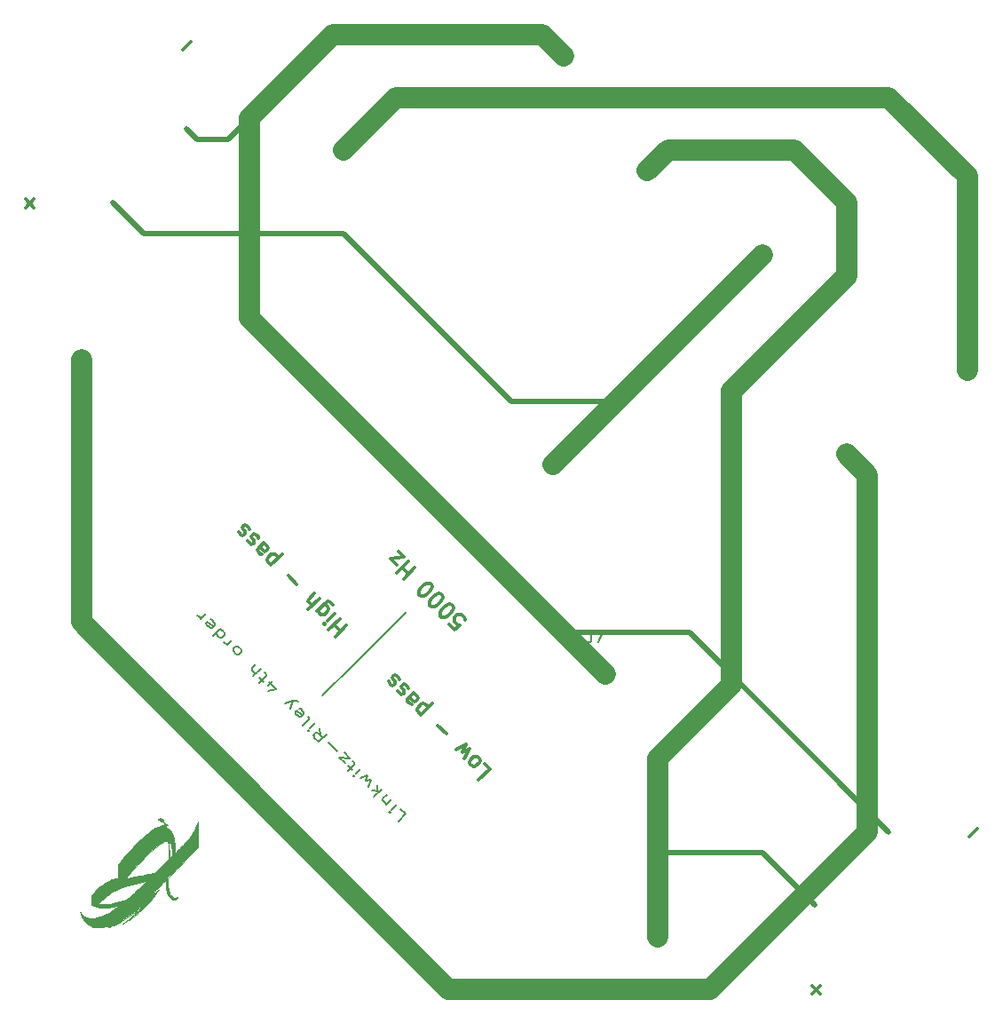
<source format=gbr>
G04 #@! TF.FileFunction,Legend,Top*
%FSLAX46Y46*%
G04 Gerber Fmt 4.6, Leading zero omitted, Abs format (unit mm)*
G04 Created by KiCad (PCBNEW 4.0.6) date 12/04/17 20:42:28*
%MOMM*%
%LPD*%
G01*
G04 APERTURE LIST*
%ADD10C,0.050000*%
%ADD11C,0.300000*%
%ADD12C,0.200000*%
%ADD13C,0.500000*%
%ADD14C,2.000000*%
%ADD15C,0.010000*%
%ADD16C,0.150000*%
G04 APERTURE END LIST*
D10*
D11*
X123469925Y-98510280D02*
X123975001Y-99015357D01*
X122914341Y-100076017D01*
X122964848Y-98005204D02*
X123015357Y-98156727D01*
X123015356Y-98257742D01*
X122964849Y-98409265D01*
X122661803Y-98712311D01*
X122510280Y-98762818D01*
X122409265Y-98762819D01*
X122257741Y-98712311D01*
X122106219Y-98560788D01*
X122055712Y-98409265D01*
X122055712Y-98308249D01*
X122106219Y-98156726D01*
X122409264Y-97853681D01*
X122560788Y-97803174D01*
X122661803Y-97803174D01*
X122813326Y-97853681D01*
X122964848Y-98005204D01*
X121550635Y-98005204D02*
X122055711Y-97096067D01*
X121348605Y-97399112D01*
X121651650Y-96692005D01*
X120742513Y-97197082D01*
X119833376Y-95681852D02*
X119025254Y-94873731D01*
X117409009Y-93863578D02*
X118469669Y-92802918D01*
X117459517Y-93813070D02*
X117307994Y-93762563D01*
X117105964Y-93560533D01*
X117055456Y-93409010D01*
X117055456Y-93307994D01*
X117105964Y-93156471D01*
X117409009Y-92853425D01*
X117560532Y-92802918D01*
X117661548Y-92802918D01*
X117813070Y-92853426D01*
X118015101Y-93055456D01*
X118065609Y-93206979D01*
X116701902Y-91742258D02*
X116146319Y-92297842D01*
X116095811Y-92449365D01*
X116146319Y-92600888D01*
X116348349Y-92802918D01*
X116499872Y-92853425D01*
X116651395Y-91792765D02*
X116802917Y-91843273D01*
X117055456Y-92095811D01*
X117105964Y-92247334D01*
X117055456Y-92398857D01*
X116954441Y-92499872D01*
X116802917Y-92550380D01*
X116651395Y-92499872D01*
X116398857Y-92247334D01*
X116247334Y-92196826D01*
X116196826Y-91338197D02*
X116146319Y-91186674D01*
X115944288Y-90984643D01*
X115792765Y-90934135D01*
X115641243Y-90984643D01*
X115590735Y-91035151D01*
X115540227Y-91186674D01*
X115590734Y-91338197D01*
X115742257Y-91489720D01*
X115792765Y-91641242D01*
X115742258Y-91792765D01*
X115691750Y-91843273D01*
X115540227Y-91893780D01*
X115388704Y-91843273D01*
X115237181Y-91691750D01*
X115186674Y-91540227D01*
X115338197Y-90479567D02*
X115287689Y-90328044D01*
X115085658Y-90126013D01*
X114934135Y-90075505D01*
X114782613Y-90126013D01*
X114732105Y-90176521D01*
X114681597Y-90328044D01*
X114732104Y-90479567D01*
X114883627Y-90631090D01*
X114934135Y-90782612D01*
X114883628Y-90934135D01*
X114833120Y-90984643D01*
X114681597Y-91035150D01*
X114530074Y-90984643D01*
X114378551Y-90833120D01*
X114328044Y-90681597D01*
X110278047Y-85318403D02*
X109217387Y-86379063D01*
X109722464Y-85873987D02*
X109116372Y-85267895D01*
X109671956Y-84712311D02*
X108611295Y-85772971D01*
X109166879Y-84207235D02*
X108459772Y-84914342D01*
X108106219Y-85267895D02*
X108207235Y-85267895D01*
X108207235Y-85166879D01*
X108106220Y-85166880D01*
X108106219Y-85267895D01*
X108207235Y-85166879D01*
X107500127Y-83954697D02*
X108358757Y-83096067D01*
X108510280Y-83045560D01*
X108611295Y-83045559D01*
X108762818Y-83096067D01*
X108914341Y-83247590D01*
X108964849Y-83399112D01*
X108156727Y-83298097D02*
X108308249Y-83348605D01*
X108510280Y-83550635D01*
X108560788Y-83702158D01*
X108560788Y-83803174D01*
X108510280Y-83954697D01*
X108207235Y-84257742D01*
X108055712Y-84308249D01*
X107954697Y-84308250D01*
X107803173Y-84257742D01*
X107601142Y-84055712D01*
X107550635Y-83904189D01*
X107702158Y-82742513D02*
X106641497Y-83803174D01*
X107247589Y-82287945D02*
X106692005Y-82843528D01*
X106641498Y-82995052D01*
X106692005Y-83146575D01*
X106843528Y-83298097D01*
X106995052Y-83348605D01*
X107096067Y-83348604D01*
X105530330Y-81378807D02*
X104722208Y-80570685D01*
X103105964Y-79560533D02*
X104166624Y-78499873D01*
X103156472Y-79510025D02*
X103004948Y-79459518D01*
X102802918Y-79257487D01*
X102752411Y-79105964D01*
X102752411Y-79004948D01*
X102802918Y-78853425D01*
X103105964Y-78550380D01*
X103257487Y-78499873D01*
X103358503Y-78499873D01*
X103510025Y-78550381D01*
X103712055Y-78752411D01*
X103762563Y-78903933D01*
X102398857Y-77439212D02*
X101843273Y-77994796D01*
X101792766Y-78146319D01*
X101843273Y-78297842D01*
X102045303Y-78499873D01*
X102196826Y-78550380D01*
X102348350Y-77489720D02*
X102499872Y-77540228D01*
X102752410Y-77792766D01*
X102802918Y-77944288D01*
X102752411Y-78095811D01*
X102651396Y-78196826D01*
X102499872Y-78247334D01*
X102348350Y-78196826D01*
X102095811Y-77944288D01*
X101944288Y-77893781D01*
X101893781Y-77035151D02*
X101843273Y-76883629D01*
X101641242Y-76681598D01*
X101489720Y-76631090D01*
X101338197Y-76681598D01*
X101287689Y-76732106D01*
X101237181Y-76883628D01*
X101287689Y-77035151D01*
X101439212Y-77186674D01*
X101489720Y-77338197D01*
X101439212Y-77489720D01*
X101388705Y-77540228D01*
X101237181Y-77590735D01*
X101085658Y-77540228D01*
X100934135Y-77388705D01*
X100883628Y-77237181D01*
X101035151Y-76176521D02*
X100984643Y-76024999D01*
X100782612Y-75822968D01*
X100631090Y-75772460D01*
X100479567Y-75822968D01*
X100429060Y-75873476D01*
X100378552Y-76024998D01*
X100429059Y-76176521D01*
X100580582Y-76328044D01*
X100631090Y-76479567D01*
X100580583Y-76631090D01*
X100530075Y-76681598D01*
X100378552Y-76732105D01*
X100227029Y-76681598D01*
X100075505Y-76530075D01*
X100024998Y-76378552D01*
X120070812Y-85232488D02*
X120575888Y-85737564D01*
X121131473Y-85282996D01*
X121030457Y-85282995D01*
X120878934Y-85232488D01*
X120626396Y-84979950D01*
X120575889Y-84828426D01*
X120575888Y-84727411D01*
X120626396Y-84575889D01*
X120878934Y-84323351D01*
X121030457Y-84272843D01*
X121131473Y-84272843D01*
X121282995Y-84323351D01*
X121535533Y-84575889D01*
X121586041Y-84727411D01*
X121586041Y-84828427D01*
X119363706Y-84525382D02*
X119262690Y-84424367D01*
X119212183Y-84272843D01*
X119212183Y-84171828D01*
X119262690Y-84020304D01*
X119414214Y-83767767D01*
X119666752Y-83515229D01*
X119919289Y-83363706D01*
X120070812Y-83313198D01*
X120171828Y-83313198D01*
X120323351Y-83363706D01*
X120424366Y-83464721D01*
X120474874Y-83616244D01*
X120474874Y-83717260D01*
X120424366Y-83868782D01*
X120272843Y-84121320D01*
X120020305Y-84373859D01*
X119767767Y-84525381D01*
X119616245Y-84575889D01*
X119515229Y-84575889D01*
X119363706Y-84525382D01*
X118353553Y-83515229D02*
X118252538Y-83414214D01*
X118202031Y-83262691D01*
X118202031Y-83161675D01*
X118252538Y-83010152D01*
X118404061Y-82757615D01*
X118656600Y-82505076D01*
X118909137Y-82353553D01*
X119060660Y-82303046D01*
X119161676Y-82303046D01*
X119313198Y-82353554D01*
X119414214Y-82454569D01*
X119464721Y-82606092D01*
X119464721Y-82707107D01*
X119414214Y-82858630D01*
X119262691Y-83111168D01*
X119010153Y-83363706D01*
X118757615Y-83515229D01*
X118606092Y-83565737D01*
X118505076Y-83565737D01*
X118353553Y-83515229D01*
X117343401Y-82505077D02*
X117242386Y-82404062D01*
X117191879Y-82252539D01*
X117191879Y-82151523D01*
X117242386Y-82000000D01*
X117393909Y-81747462D01*
X117646447Y-81494924D01*
X117898985Y-81343401D01*
X118050508Y-81292894D01*
X118151524Y-81292894D01*
X118303046Y-81343402D01*
X118404061Y-81444417D01*
X118454569Y-81595939D01*
X118454569Y-81696955D01*
X118404061Y-81848478D01*
X118252539Y-82101016D01*
X118000001Y-82353554D01*
X117747462Y-82505076D01*
X117595940Y-82555584D01*
X117494924Y-82555584D01*
X117343401Y-82505077D01*
X116787817Y-79828173D02*
X115727157Y-80888833D01*
X116232234Y-80383757D02*
X115626142Y-79777665D01*
X116181726Y-79222082D02*
X115121066Y-80282742D01*
X115070558Y-79525127D02*
X114514974Y-78969543D01*
X115777665Y-78818020D01*
X115222081Y-78262436D01*
D12*
X111000000Y-89000000D02*
X116000000Y-84000000D01*
X115436508Y-102796745D02*
X115941585Y-103301821D01*
X115234478Y-104008928D01*
X115082955Y-102443192D02*
X114611550Y-102914596D01*
X114375848Y-103150298D02*
X114460028Y-103167135D01*
X114443192Y-103082955D01*
X114359013Y-103066119D01*
X114375848Y-103150298D01*
X114443192Y-103082955D01*
X114106474Y-102409520D02*
X114577878Y-101938115D01*
X114173817Y-102342176D02*
X114089638Y-102325341D01*
X113954951Y-102257997D01*
X113803428Y-102106474D01*
X113736085Y-101971788D01*
X113752920Y-101853936D01*
X114123310Y-101483547D01*
X113618233Y-100978470D02*
X112911127Y-101685577D01*
X113247845Y-101146829D02*
X113214173Y-100574409D01*
X112742768Y-101045814D02*
X113416203Y-101180500D01*
X112389214Y-100692260D02*
X112658588Y-100018825D01*
X112119840Y-100153513D01*
X112254527Y-99614764D01*
X111581092Y-99884138D01*
X111648435Y-99008672D02*
X111177031Y-99480077D01*
X110941329Y-99715779D02*
X111025508Y-99732615D01*
X111008672Y-99648435D01*
X110924493Y-99631600D01*
X110941329Y-99715779D01*
X111008672Y-99648435D01*
X110823477Y-99126523D02*
X110419416Y-98722462D01*
X110436252Y-99210702D02*
X111042344Y-98604611D01*
X111059180Y-98486760D01*
X110991836Y-98352073D01*
X110890821Y-98251057D01*
X110166878Y-98469924D02*
X109611294Y-97914340D01*
X110638282Y-97998519D01*
X110082699Y-97442935D01*
X109409264Y-97308248D02*
X108601142Y-96500126D01*
X107759347Y-95119584D02*
X107776183Y-95809855D01*
X108365439Y-95725676D02*
X107658332Y-96432782D01*
X107254272Y-96028722D01*
X107186928Y-95894034D01*
X107170092Y-95809855D01*
X107186928Y-95692004D01*
X107287943Y-95590989D01*
X107405794Y-95574153D01*
X107489973Y-95590989D01*
X107624661Y-95658333D01*
X108028721Y-96062394D01*
X107304779Y-94665016D02*
X106833374Y-95136420D01*
X106597672Y-95372122D02*
X106681852Y-95388959D01*
X106665016Y-95304779D01*
X106580837Y-95287943D01*
X106597672Y-95372122D01*
X106665016Y-95304779D01*
X106648179Y-94008416D02*
X106715523Y-94143104D01*
X106698687Y-94260954D01*
X106092596Y-94867046D01*
X105806386Y-93233966D02*
X105941073Y-93301310D01*
X106143104Y-93503340D01*
X106210447Y-93638027D01*
X106193611Y-93755878D01*
X105924237Y-94025253D01*
X105806386Y-94042088D01*
X105671699Y-93974745D01*
X105469668Y-93772715D01*
X105402325Y-93638028D01*
X105419161Y-93520176D01*
X105486505Y-93452832D01*
X106058925Y-93890565D01*
X104964592Y-93267638D02*
X105183459Y-92543695D01*
X104459516Y-92762562D02*
X105183459Y-92543695D01*
X105452833Y-92476352D01*
X105537012Y-92493188D01*
X105671699Y-92560531D01*
X102792764Y-91095811D02*
X103264169Y-90624406D01*
X102775929Y-91617723D02*
X103533544Y-91365184D01*
X102876944Y-90708585D01*
X102388704Y-90691750D02*
X101984643Y-90287689D01*
X102001479Y-90775929D02*
X102607570Y-90169837D01*
X102624407Y-90051987D01*
X102557062Y-89917299D01*
X102456047Y-89816284D01*
X102102494Y-89462731D02*
X101395387Y-90169837D01*
X101647925Y-89008162D02*
X101277536Y-89378552D01*
X101260700Y-89496403D01*
X101328044Y-89631090D01*
X101479566Y-89782612D01*
X101614254Y-89849956D01*
X101698433Y-89866792D01*
X100183204Y-87543441D02*
X100250548Y-87678128D01*
X100267384Y-87762307D01*
X100250548Y-87880158D01*
X100048517Y-88082189D01*
X99930666Y-88099025D01*
X99846487Y-88082189D01*
X99711799Y-88014845D01*
X99560277Y-87863323D01*
X99492933Y-87728636D01*
X99476097Y-87644456D01*
X99492933Y-87526605D01*
X99694964Y-87324574D01*
X99812815Y-87307738D01*
X99896995Y-87324575D01*
X100031681Y-87391918D01*
X100183204Y-87543441D01*
X99375082Y-86735319D02*
X98903677Y-87206723D01*
X99038364Y-87072036D02*
X98920513Y-87088873D01*
X98836334Y-87072036D01*
X98701647Y-87004693D01*
X98600632Y-86903678D01*
X98263915Y-85624151D02*
X97556808Y-86331258D01*
X98230243Y-85657823D02*
X98364930Y-85725166D01*
X98566960Y-85927197D01*
X98634304Y-86061884D01*
X98651140Y-86146063D01*
X98634304Y-86263915D01*
X98432273Y-86465946D01*
X98314422Y-86482781D01*
X98230243Y-86465946D01*
X98095555Y-86398601D01*
X97893525Y-86196571D01*
X97826181Y-86061884D01*
X97321106Y-84748686D02*
X97455793Y-84816029D01*
X97657823Y-85018060D01*
X97725166Y-85152746D01*
X97708331Y-85270598D01*
X97438956Y-85539972D01*
X97321105Y-85556808D01*
X97186418Y-85489464D01*
X96984388Y-85287434D01*
X96917044Y-85152747D01*
X96933880Y-85034896D01*
X97001224Y-84967552D01*
X97573644Y-85405285D01*
X96849701Y-84209938D02*
X96378296Y-84681342D01*
X96512983Y-84546656D02*
X96395132Y-84563492D01*
X96310953Y-84546656D01*
X96176266Y-84479312D01*
X96075251Y-84378297D01*
X108000000Y-92000000D02*
X111000000Y-89000000D01*
D11*
X154671701Y-120479822D02*
X155479823Y-119671700D01*
X155479822Y-120479822D02*
X154671700Y-119671700D01*
X169671701Y-105479822D02*
X170479823Y-104671700D01*
X79671701Y-45479822D02*
X80479823Y-44671700D01*
X80479822Y-45479822D02*
X79671700Y-44671700D01*
X94671701Y-30479822D02*
X95479823Y-29671700D01*
D13*
X96000000Y-39000000D02*
X95000000Y-38000000D01*
X99000000Y-39000000D02*
X96000000Y-39000000D01*
X102000000Y-36000000D02*
X99000000Y-39000000D01*
X91000000Y-48000000D02*
X88000000Y-45000000D01*
X110000000Y-48000000D02*
X91000000Y-48000000D01*
X126000000Y-64000000D02*
X110000000Y-48000000D01*
X136000000Y-64000000D02*
X126000000Y-64000000D01*
X139000000Y-61000000D02*
X136000000Y-64000000D01*
X150000000Y-107000000D02*
X155000000Y-112000000D01*
X140000000Y-107000000D02*
X150000000Y-107000000D01*
X143000000Y-86000000D02*
X162000000Y-105000000D01*
X131000000Y-86000000D02*
X143000000Y-86000000D01*
D14*
X130000000Y-70000000D02*
X150000000Y-50000000D01*
X129000000Y-29000000D02*
X131000000Y-31000000D01*
X109000000Y-29000000D02*
X129000000Y-29000000D01*
X101000000Y-37000000D02*
X109000000Y-29000000D01*
X101000000Y-56000000D02*
X101000000Y-37000000D01*
X103000000Y-58000000D02*
X101000000Y-56000000D01*
X135000000Y-90000000D02*
X103000000Y-58000000D01*
X141000000Y-40000000D02*
X139000000Y-42000000D01*
X153000000Y-40000000D02*
X141000000Y-40000000D01*
X158000000Y-45000000D02*
X153000000Y-40000000D01*
X158000000Y-52000000D02*
X158000000Y-45000000D01*
X147000000Y-63000000D02*
X158000000Y-52000000D01*
X147000000Y-91000000D02*
X147000000Y-63000000D01*
X140000000Y-98000000D02*
X147000000Y-91000000D01*
X140000000Y-115000000D02*
X140000000Y-98000000D01*
X169500000Y-42500000D02*
X169500000Y-61000000D01*
X169000000Y-42000000D02*
X169500000Y-42500000D01*
X163000000Y-36000000D02*
X169000000Y-42000000D01*
X162000000Y-35000000D02*
X163000000Y-36000000D01*
X115000000Y-35000000D02*
X162000000Y-35000000D01*
X110000000Y-40000000D02*
X115000000Y-35000000D01*
X160000000Y-71000000D02*
X158000000Y-69000000D01*
X160000000Y-105000000D02*
X160000000Y-71000000D01*
X145000000Y-120000000D02*
X160000000Y-105000000D01*
X120000000Y-120000000D02*
X145000000Y-120000000D01*
X102000000Y-102000000D02*
X120000000Y-120000000D01*
X85000000Y-85000000D02*
X102000000Y-102000000D01*
X85000000Y-60000000D02*
X85000000Y-85000000D01*
D15*
G36*
X85376976Y-113588493D02*
X85300562Y-113491309D01*
X85218779Y-113372214D01*
X85138766Y-113242737D01*
X85067663Y-113114401D01*
X85014723Y-113003690D01*
X84995306Y-112955193D01*
X84972748Y-112893945D01*
X84949125Y-112826338D01*
X84926516Y-112758764D01*
X84907001Y-112697613D01*
X84892657Y-112649277D01*
X84885564Y-112620148D01*
X84887800Y-112616616D01*
X84890150Y-112620650D01*
X84926335Y-112675917D01*
X84981708Y-112746001D01*
X85048531Y-112822286D01*
X85119063Y-112896151D01*
X85185565Y-112958978D01*
X85218781Y-112986609D01*
X85303620Y-113049203D01*
X85377788Y-113094821D01*
X85456141Y-113131440D01*
X85553540Y-113167037D01*
X85557014Y-113168206D01*
X85774354Y-113222676D01*
X86005541Y-113244579D01*
X86250658Y-113233899D01*
X86509791Y-113190622D01*
X86783022Y-113114729D01*
X87070434Y-113006205D01*
X87372114Y-112865034D01*
X87516316Y-112788791D01*
X87619947Y-112729471D01*
X87731811Y-112660858D01*
X87848231Y-112585659D01*
X87965525Y-112506579D01*
X88080012Y-112426328D01*
X88188015Y-112347610D01*
X88285851Y-112273135D01*
X88369841Y-112205609D01*
X88436306Y-112147737D01*
X88481565Y-112102229D01*
X88501937Y-112071791D01*
X88502000Y-112063722D01*
X88482319Y-112060649D01*
X88435088Y-112065796D01*
X88367222Y-112078095D01*
X88285643Y-112096481D01*
X88279285Y-112098046D01*
X88069275Y-112143853D01*
X87848333Y-112180808D01*
X87622980Y-112208506D01*
X87399735Y-112226536D01*
X87185122Y-112234492D01*
X86985661Y-112231964D01*
X86807871Y-112218545D01*
X86678453Y-112198228D01*
X86570798Y-112172198D01*
X86444571Y-112135983D01*
X86312511Y-112093703D01*
X86187356Y-112049477D01*
X86081850Y-112007426D01*
X86063937Y-111999508D01*
X85990636Y-111966382D01*
X85979212Y-111692965D01*
X85974612Y-111578923D01*
X85970085Y-111459725D01*
X85966096Y-111348095D01*
X85963112Y-111256761D01*
X85962661Y-111241516D01*
X85957535Y-111063487D01*
X86138123Y-110858045D01*
X86302352Y-110681935D01*
X86496677Y-110492829D01*
X86586490Y-110410281D01*
X86787015Y-110232936D01*
X86969914Y-110080545D01*
X87139780Y-109950120D01*
X87301201Y-109838668D01*
X87458768Y-109743201D01*
X87617071Y-109660728D01*
X87780699Y-109588258D01*
X87942380Y-109526970D01*
X88043739Y-109492842D01*
X88123666Y-109470768D01*
X88193454Y-109458538D01*
X88264397Y-109453939D01*
X88315128Y-109453971D01*
X88388161Y-109453159D01*
X88448107Y-109448663D01*
X88485614Y-109441343D01*
X88492379Y-109437681D01*
X88496514Y-109416012D01*
X88499850Y-109362790D01*
X88502323Y-109282153D01*
X88503870Y-109178243D01*
X88504429Y-109055194D01*
X88503938Y-108917149D01*
X88502437Y-108775691D01*
X88493480Y-108132716D01*
X88731203Y-107838316D01*
X88872106Y-107664589D01*
X89000404Y-107508305D01*
X89120406Y-107364568D01*
X89236420Y-107228483D01*
X89352755Y-107095156D01*
X89473721Y-106959693D01*
X89603626Y-106817197D01*
X89746778Y-106662777D01*
X89907487Y-106491534D01*
X90042172Y-106349077D01*
X90373816Y-106007407D01*
X90690778Y-105697878D01*
X90993393Y-105420246D01*
X91281993Y-105174267D01*
X91556912Y-104959692D01*
X91818484Y-104776279D01*
X92067041Y-104623781D01*
X92302918Y-104501952D01*
X92526448Y-104410547D01*
X92737963Y-104349320D01*
X92766254Y-104343221D01*
X92834202Y-104327118D01*
X92887575Y-104310558D01*
X92917498Y-104296432D01*
X92920665Y-104292915D01*
X92917082Y-104266751D01*
X92898100Y-104222879D01*
X92869629Y-104172233D01*
X92837576Y-104125748D01*
X92818496Y-104103814D01*
X92790639Y-104083758D01*
X92740518Y-104054255D01*
X92678136Y-104021135D01*
X92667245Y-104015671D01*
X92603425Y-103982208D01*
X92549878Y-103951024D01*
X92516795Y-103928114D01*
X92514083Y-103925617D01*
X92480023Y-103903685D01*
X92428217Y-103882216D01*
X92409656Y-103876469D01*
X92354088Y-103854852D01*
X92333130Y-103829263D01*
X92346514Y-103797221D01*
X92393973Y-103756247D01*
X92396439Y-103754486D01*
X92476274Y-103718506D01*
X92564658Y-103714806D01*
X92654751Y-103743457D01*
X92670052Y-103751726D01*
X92711605Y-103779379D01*
X92747749Y-103813707D01*
X92782163Y-103860323D01*
X92818527Y-103924841D01*
X92860520Y-104012871D01*
X92899979Y-104102465D01*
X92989396Y-104309726D01*
X93067922Y-104313169D01*
X93141744Y-104317400D01*
X93190681Y-104322201D01*
X93212051Y-104326970D01*
X93203170Y-104331103D01*
X93161356Y-104333997D01*
X93160593Y-104334023D01*
X93102246Y-104339415D01*
X93057660Y-104349646D01*
X93042199Y-104357756D01*
X93037037Y-104386041D01*
X93047034Y-104442212D01*
X93070396Y-104519071D01*
X93118959Y-104660022D01*
X93238610Y-104710573D01*
X93373055Y-104785335D01*
X93492403Y-104889850D01*
X93596789Y-105024492D01*
X93686348Y-105189631D01*
X93761214Y-105385641D01*
X93821521Y-105612894D01*
X93867406Y-105871764D01*
X93899001Y-106162622D01*
X93916441Y-106485842D01*
X93918994Y-106592575D01*
X93921580Y-106706590D01*
X93925045Y-106808511D01*
X93929112Y-106892949D01*
X93933503Y-106954510D01*
X93937939Y-106987801D01*
X93939569Y-106991909D01*
X93956657Y-106984671D01*
X93995185Y-106953784D01*
X94052535Y-106901972D01*
X94126092Y-106831965D01*
X94213238Y-106746487D01*
X94311356Y-106648265D01*
X94417830Y-106540026D01*
X94530043Y-106424498D01*
X94645377Y-106304405D01*
X94761216Y-106182475D01*
X94874943Y-106061433D01*
X94983940Y-105944008D01*
X95085593Y-105832925D01*
X95177283Y-105730910D01*
X95256393Y-105640691D01*
X95320307Y-105564993D01*
X95366408Y-105506545D01*
X95370429Y-105501080D01*
X95497854Y-105315288D01*
X95626857Y-105107096D01*
X95752349Y-104885918D01*
X95869243Y-104661169D01*
X95972451Y-104442263D01*
X96056885Y-104238614D01*
X96066453Y-104213116D01*
X96091953Y-104145035D01*
X96112363Y-104092115D01*
X96124918Y-104061438D01*
X96127524Y-104056645D01*
X96127986Y-104074552D01*
X96128653Y-104125222D01*
X96129503Y-104205719D01*
X96130510Y-104313106D01*
X96131650Y-104444448D01*
X96132895Y-104596809D01*
X96134223Y-104767253D01*
X96135608Y-104952843D01*
X96137023Y-105150645D01*
X96137718Y-105250657D01*
X96145905Y-106441520D01*
X95663562Y-106939959D01*
X95569081Y-107037407D01*
X95452986Y-107156845D01*
X95318674Y-107294790D01*
X95169544Y-107447761D01*
X95008996Y-107612275D01*
X94840426Y-107784850D01*
X94667235Y-107962008D01*
X94492822Y-108140264D01*
X94374091Y-108261501D01*
X93523294Y-107410704D01*
X93648486Y-107285511D01*
X93638710Y-106960816D01*
X93633118Y-106792529D01*
X93627193Y-106655162D01*
X93620472Y-106543933D01*
X93612492Y-106454066D01*
X93602787Y-106380778D01*
X93590897Y-106319292D01*
X93576356Y-106264825D01*
X93568954Y-106241722D01*
X93535683Y-106158481D01*
X93495929Y-106083378D01*
X93453675Y-106021545D01*
X93412901Y-105978114D01*
X93377588Y-105958217D01*
X93353908Y-105964527D01*
X93349626Y-105986928D01*
X93348063Y-106038581D01*
X93349163Y-106113146D01*
X93352865Y-106204286D01*
X93356737Y-106270927D01*
X93362077Y-106373151D01*
X93366799Y-106501795D01*
X93370679Y-106647584D01*
X93373496Y-106801239D01*
X93375023Y-106953484D01*
X93375230Y-107037002D01*
X93375558Y-107163864D01*
X93376657Y-107278846D01*
X93378417Y-107377165D01*
X93380726Y-107454042D01*
X93383475Y-107504694D01*
X93386494Y-107524291D01*
X93403109Y-107517456D01*
X93438581Y-107489730D01*
X93487049Y-107445978D01*
X93523294Y-107410704D01*
X94374091Y-108261501D01*
X94320584Y-108316138D01*
X94212692Y-108426217D01*
X93244167Y-109414037D01*
X93240323Y-109597059D01*
X93238665Y-109865864D01*
X93246244Y-110103125D01*
X93263887Y-110311993D01*
X93292423Y-110495615D01*
X93332677Y-110657144D01*
X93385478Y-110799730D01*
X93451656Y-110926522D01*
X93532037Y-111040671D01*
X93627449Y-111145328D01*
X93653804Y-111170430D01*
X93756973Y-111255116D01*
X93850248Y-111307055D01*
X93936617Y-111326791D01*
X94019064Y-111314870D01*
X94100578Y-111271840D01*
X94121575Y-111255953D01*
X94194597Y-111197493D01*
X94155016Y-111269394D01*
X94080292Y-111378008D01*
X93995270Y-111452845D01*
X93901468Y-111493815D01*
X93800402Y-111500832D01*
X93693588Y-111473803D01*
X93582542Y-111412643D01*
X93468784Y-111317260D01*
X93461570Y-111310111D01*
X93373049Y-111210081D01*
X93300216Y-111100122D01*
X93237323Y-110970596D01*
X93197703Y-110867558D01*
X93153936Y-110730077D01*
X93121783Y-110593783D01*
X93100616Y-110451985D01*
X93089806Y-110297989D01*
X93088725Y-110125102D01*
X93096746Y-109926632D01*
X93101852Y-109846004D01*
X93106275Y-109751710D01*
X93105831Y-109675619D01*
X93100739Y-109623869D01*
X93093364Y-109604018D01*
X93087197Y-109599610D01*
X93078762Y-109599194D01*
X93065926Y-109604747D01*
X93046557Y-109618249D01*
X93018521Y-109641680D01*
X92979691Y-109677018D01*
X92927930Y-109726243D01*
X92891571Y-109761663D01*
X92031953Y-108902044D01*
X93324732Y-107609265D01*
X93335112Y-107390630D01*
X93336798Y-107318803D01*
X93336715Y-107217552D01*
X93334996Y-107093098D01*
X93331771Y-106951664D01*
X93327170Y-106799475D01*
X93321324Y-106642752D01*
X93317593Y-106556191D01*
X93309245Y-106381150D01*
X93301437Y-106238785D01*
X93293892Y-106126081D01*
X93286322Y-106040026D01*
X93278447Y-105977602D01*
X93269982Y-105935799D01*
X93260645Y-105911602D01*
X93256531Y-105906102D01*
X93220122Y-105884375D01*
X93162637Y-105877282D01*
X93122984Y-105878717D01*
X93018728Y-105893807D01*
X92907353Y-105925886D01*
X92787351Y-105976035D01*
X92657215Y-106045337D01*
X92515437Y-106134875D01*
X92360510Y-106245730D01*
X92190925Y-106378986D01*
X92005176Y-106535724D01*
X91801754Y-106717029D01*
X91579152Y-106923980D01*
X91335862Y-107157663D01*
X91319385Y-107173716D01*
X91147872Y-107341886D01*
X90988195Y-107500596D01*
X90836363Y-107654068D01*
X90688389Y-107806525D01*
X90540284Y-107962189D01*
X90388059Y-108125280D01*
X90227726Y-108300022D01*
X90055295Y-108490635D01*
X89866779Y-108701341D01*
X89719059Y-108867624D01*
X89597973Y-109004393D01*
X89498677Y-109117011D01*
X89419173Y-109207951D01*
X89357469Y-109279685D01*
X89311567Y-109334684D01*
X89279474Y-109375422D01*
X89259194Y-109404370D01*
X89248733Y-109424000D01*
X89246097Y-109436786D01*
X89249287Y-109445197D01*
X89251218Y-109447374D01*
X89271425Y-109446774D01*
X89324886Y-109439151D01*
X89409916Y-109424833D01*
X89524837Y-109404148D01*
X89667964Y-109377425D01*
X89837617Y-109344992D01*
X90032114Y-109307176D01*
X90249775Y-109264306D01*
X90488915Y-109216710D01*
X90747854Y-109164716D01*
X91024912Y-109108653D01*
X91318405Y-109048848D01*
X91626652Y-108985630D01*
X91788583Y-108952265D01*
X92031953Y-108902044D01*
X92891571Y-109761663D01*
X92861110Y-109791335D01*
X92777096Y-109874273D01*
X92673759Y-109977036D01*
X92548963Y-110101604D01*
X92438860Y-110211673D01*
X92293583Y-110357139D01*
X92171870Y-110479484D01*
X92071879Y-110580659D01*
X92064456Y-110588252D01*
X91217681Y-109741477D01*
X91230960Y-109715647D01*
X91215009Y-109699030D01*
X91175601Y-109693818D01*
X91118505Y-109702202D01*
X91115945Y-109702849D01*
X91043418Y-109721313D01*
X90943591Y-109746515D01*
X90820899Y-109777351D01*
X90679778Y-109812718D01*
X90524661Y-109851511D01*
X90359984Y-109892627D01*
X90190183Y-109934961D01*
X90019691Y-109977407D01*
X89852944Y-110018863D01*
X89694377Y-110058225D01*
X89548424Y-110094388D01*
X89419521Y-110126248D01*
X89312101Y-110152701D01*
X89230601Y-110172642D01*
X89180730Y-110184666D01*
X88826413Y-110285838D01*
X88486612Y-110418507D01*
X88158362Y-110583968D01*
X87889717Y-110749027D01*
X87745910Y-110846283D01*
X87620016Y-110935202D01*
X87505299Y-111021254D01*
X87395021Y-111109910D01*
X87282443Y-111206642D01*
X87160829Y-111316918D01*
X87023440Y-111446210D01*
X86980671Y-111487097D01*
X86870221Y-111592811D01*
X86783867Y-111676327D01*
X86720391Y-111740624D01*
X86678580Y-111788681D01*
X86657219Y-111823479D01*
X86655093Y-111847996D01*
X86670988Y-111865210D01*
X86703689Y-111878103D01*
X86751981Y-111889654D01*
X86811461Y-111902155D01*
X86991676Y-111927337D01*
X87200732Y-111931684D01*
X87438493Y-111915215D01*
X87704829Y-111877955D01*
X87999605Y-111819923D01*
X88322687Y-111741142D01*
X88673945Y-111641633D01*
X88948802Y-111555680D01*
X89311039Y-111438297D01*
X89439013Y-111326461D01*
X89492624Y-111279684D01*
X89566654Y-111215192D01*
X89654570Y-111138675D01*
X89749833Y-111055822D01*
X89845906Y-110972320D01*
X89857413Y-110962323D01*
X89917207Y-110909983D01*
X89995658Y-110840705D01*
X90089483Y-110757438D01*
X90195401Y-110663126D01*
X90310129Y-110560714D01*
X90430386Y-110453148D01*
X90552889Y-110343375D01*
X90674356Y-110234340D01*
X90791507Y-110128986D01*
X90901057Y-110030262D01*
X90999725Y-109941113D01*
X91084231Y-109864483D01*
X91151290Y-109803319D01*
X91197621Y-109760566D01*
X91217681Y-109741477D01*
X92064456Y-110588252D01*
X91991763Y-110662615D01*
X91929673Y-110727301D01*
X91883765Y-110776669D01*
X91852191Y-110812671D01*
X91833107Y-110837256D01*
X91824663Y-110852377D01*
X91825017Y-110859982D01*
X91825140Y-110860111D01*
X91845552Y-110857357D01*
X91889779Y-110838354D01*
X91951849Y-110806526D01*
X92025791Y-110765299D01*
X92105632Y-110718100D01*
X92185399Y-110668351D01*
X92259120Y-110619480D01*
X92315996Y-110578598D01*
X92353974Y-110551142D01*
X92376880Y-110537220D01*
X92379934Y-110537022D01*
X92369343Y-110555614D01*
X92339680Y-110598140D01*
X92294044Y-110660559D01*
X92235540Y-110738826D01*
X92167269Y-110828903D01*
X92092334Y-110926746D01*
X92013836Y-111028312D01*
X91934877Y-111129560D01*
X91858561Y-111226446D01*
X91787988Y-111314930D01*
X91726262Y-111390969D01*
X91702796Y-111419332D01*
X91617581Y-111518154D01*
X91512447Y-111634616D01*
X91391608Y-111764466D01*
X91259275Y-111903453D01*
X91119660Y-112047324D01*
X90976977Y-112191828D01*
X90835436Y-112332714D01*
X90699251Y-112465730D01*
X90572633Y-112586624D01*
X90459795Y-112691145D01*
X90364949Y-112775041D01*
X90333451Y-112801492D01*
X90121493Y-112971047D01*
X89896686Y-113142070D01*
X89673299Y-113303858D01*
X89547296Y-113391089D01*
X89469506Y-113442639D01*
X89383891Y-113497293D01*
X89295557Y-113552040D01*
X89209602Y-113603868D01*
X89131130Y-113649764D01*
X89065240Y-113686718D01*
X89017035Y-113711717D01*
X88991615Y-113721749D01*
X88988961Y-113720740D01*
X89002843Y-113707441D01*
X89040903Y-113678100D01*
X89097765Y-113636692D01*
X89168051Y-113587198D01*
X89189042Y-113572683D01*
X89285794Y-113504324D01*
X89395700Y-113423973D01*
X89504332Y-113342306D01*
X89586344Y-113278678D01*
X89678645Y-113203286D01*
X89781227Y-113115509D01*
X89891243Y-113018134D01*
X90005849Y-112913948D01*
X90122199Y-112805738D01*
X90237450Y-112696290D01*
X90348756Y-112588392D01*
X90453272Y-112484830D01*
X90548152Y-112388391D01*
X90630553Y-112301861D01*
X90697628Y-112228027D01*
X90746535Y-112169677D01*
X90774425Y-112129596D01*
X90778672Y-112110770D01*
X90759096Y-112112094D01*
X90719294Y-112136966D01*
X90657481Y-112186558D01*
X90637833Y-112203431D01*
X90387292Y-112415174D01*
X90127657Y-112624121D01*
X89863901Y-112826682D01*
X89600993Y-113019273D01*
X89343908Y-113198305D01*
X89097616Y-113360192D01*
X88867088Y-113501349D01*
X88732989Y-113577579D01*
X88568579Y-113665323D01*
X88401561Y-113749796D01*
X88236373Y-113829079D01*
X88077451Y-113901253D01*
X87929231Y-113964399D01*
X87796150Y-114016600D01*
X87682645Y-114055937D01*
X87593151Y-114080489D01*
X87554906Y-114087097D01*
X87540113Y-114085351D01*
X87555453Y-114072939D01*
X87602014Y-114049226D01*
X87680882Y-114013581D01*
X87682389Y-114012920D01*
X87797170Y-113959375D01*
X87877693Y-113914343D01*
X87923846Y-113877899D01*
X87935519Y-113850116D01*
X87933827Y-113845816D01*
X87914940Y-113846248D01*
X87867720Y-113857055D01*
X87797500Y-113876735D01*
X87709612Y-113903788D01*
X87609391Y-113936711D01*
X87601089Y-113939523D01*
X87405730Y-114002804D01*
X87234946Y-114051033D01*
X87081665Y-114085679D01*
X86938814Y-114108207D01*
X86799320Y-114120086D01*
X86718438Y-114122657D01*
X86528693Y-114121534D01*
X86366447Y-114111410D01*
X86224327Y-114090937D01*
X86094961Y-114058763D01*
X85970977Y-114013536D01*
X85871648Y-113967519D01*
X85680069Y-113856847D01*
X85514622Y-113728839D01*
X85376976Y-113588493D01*
X85376976Y-113588493D01*
G37*
X85376976Y-113588493D02*
X85300562Y-113491309D01*
X85218779Y-113372214D01*
X85138766Y-113242737D01*
X85067663Y-113114401D01*
X85014723Y-113003690D01*
X84995306Y-112955193D01*
X84972748Y-112893945D01*
X84949125Y-112826338D01*
X84926516Y-112758764D01*
X84907001Y-112697613D01*
X84892657Y-112649277D01*
X84885564Y-112620148D01*
X84887800Y-112616616D01*
X84890150Y-112620650D01*
X84926335Y-112675917D01*
X84981708Y-112746001D01*
X85048531Y-112822286D01*
X85119063Y-112896151D01*
X85185565Y-112958978D01*
X85218781Y-112986609D01*
X85303620Y-113049203D01*
X85377788Y-113094821D01*
X85456141Y-113131440D01*
X85553540Y-113167037D01*
X85557014Y-113168206D01*
X85774354Y-113222676D01*
X86005541Y-113244579D01*
X86250658Y-113233899D01*
X86509791Y-113190622D01*
X86783022Y-113114729D01*
X87070434Y-113006205D01*
X87372114Y-112865034D01*
X87516316Y-112788791D01*
X87619947Y-112729471D01*
X87731811Y-112660858D01*
X87848231Y-112585659D01*
X87965525Y-112506579D01*
X88080012Y-112426328D01*
X88188015Y-112347610D01*
X88285851Y-112273135D01*
X88369841Y-112205609D01*
X88436306Y-112147737D01*
X88481565Y-112102229D01*
X88501937Y-112071791D01*
X88502000Y-112063722D01*
X88482319Y-112060649D01*
X88435088Y-112065796D01*
X88367222Y-112078095D01*
X88285643Y-112096481D01*
X88279285Y-112098046D01*
X88069275Y-112143853D01*
X87848333Y-112180808D01*
X87622980Y-112208506D01*
X87399735Y-112226536D01*
X87185122Y-112234492D01*
X86985661Y-112231964D01*
X86807871Y-112218545D01*
X86678453Y-112198228D01*
X86570798Y-112172198D01*
X86444571Y-112135983D01*
X86312511Y-112093703D01*
X86187356Y-112049477D01*
X86081850Y-112007426D01*
X86063937Y-111999508D01*
X85990636Y-111966382D01*
X85979212Y-111692965D01*
X85974612Y-111578923D01*
X85970085Y-111459725D01*
X85966096Y-111348095D01*
X85963112Y-111256761D01*
X85962661Y-111241516D01*
X85957535Y-111063487D01*
X86138123Y-110858045D01*
X86302352Y-110681935D01*
X86496677Y-110492829D01*
X86586490Y-110410281D01*
X86787015Y-110232936D01*
X86969914Y-110080545D01*
X87139780Y-109950120D01*
X87301201Y-109838668D01*
X87458768Y-109743201D01*
X87617071Y-109660728D01*
X87780699Y-109588258D01*
X87942380Y-109526970D01*
X88043739Y-109492842D01*
X88123666Y-109470768D01*
X88193454Y-109458538D01*
X88264397Y-109453939D01*
X88315128Y-109453971D01*
X88388161Y-109453159D01*
X88448107Y-109448663D01*
X88485614Y-109441343D01*
X88492379Y-109437681D01*
X88496514Y-109416012D01*
X88499850Y-109362790D01*
X88502323Y-109282153D01*
X88503870Y-109178243D01*
X88504429Y-109055194D01*
X88503938Y-108917149D01*
X88502437Y-108775691D01*
X88493480Y-108132716D01*
X88731203Y-107838316D01*
X88872106Y-107664589D01*
X89000404Y-107508305D01*
X89120406Y-107364568D01*
X89236420Y-107228483D01*
X89352755Y-107095156D01*
X89473721Y-106959693D01*
X89603626Y-106817197D01*
X89746778Y-106662777D01*
X89907487Y-106491534D01*
X90042172Y-106349077D01*
X90373816Y-106007407D01*
X90690778Y-105697878D01*
X90993393Y-105420246D01*
X91281993Y-105174267D01*
X91556912Y-104959692D01*
X91818484Y-104776279D01*
X92067041Y-104623781D01*
X92302918Y-104501952D01*
X92526448Y-104410547D01*
X92737963Y-104349320D01*
X92766254Y-104343221D01*
X92834202Y-104327118D01*
X92887575Y-104310558D01*
X92917498Y-104296432D01*
X92920665Y-104292915D01*
X92917082Y-104266751D01*
X92898100Y-104222879D01*
X92869629Y-104172233D01*
X92837576Y-104125748D01*
X92818496Y-104103814D01*
X92790639Y-104083758D01*
X92740518Y-104054255D01*
X92678136Y-104021135D01*
X92667245Y-104015671D01*
X92603425Y-103982208D01*
X92549878Y-103951024D01*
X92516795Y-103928114D01*
X92514083Y-103925617D01*
X92480023Y-103903685D01*
X92428217Y-103882216D01*
X92409656Y-103876469D01*
X92354088Y-103854852D01*
X92333130Y-103829263D01*
X92346514Y-103797221D01*
X92393973Y-103756247D01*
X92396439Y-103754486D01*
X92476274Y-103718506D01*
X92564658Y-103714806D01*
X92654751Y-103743457D01*
X92670052Y-103751726D01*
X92711605Y-103779379D01*
X92747749Y-103813707D01*
X92782163Y-103860323D01*
X92818527Y-103924841D01*
X92860520Y-104012871D01*
X92899979Y-104102465D01*
X92989396Y-104309726D01*
X93067922Y-104313169D01*
X93141744Y-104317400D01*
X93190681Y-104322201D01*
X93212051Y-104326970D01*
X93203170Y-104331103D01*
X93161356Y-104333997D01*
X93160593Y-104334023D01*
X93102246Y-104339415D01*
X93057660Y-104349646D01*
X93042199Y-104357756D01*
X93037037Y-104386041D01*
X93047034Y-104442212D01*
X93070396Y-104519071D01*
X93118959Y-104660022D01*
X93238610Y-104710573D01*
X93373055Y-104785335D01*
X93492403Y-104889850D01*
X93596789Y-105024492D01*
X93686348Y-105189631D01*
X93761214Y-105385641D01*
X93821521Y-105612894D01*
X93867406Y-105871764D01*
X93899001Y-106162622D01*
X93916441Y-106485842D01*
X93918994Y-106592575D01*
X93921580Y-106706590D01*
X93925045Y-106808511D01*
X93929112Y-106892949D01*
X93933503Y-106954510D01*
X93937939Y-106987801D01*
X93939569Y-106991909D01*
X93956657Y-106984671D01*
X93995185Y-106953784D01*
X94052535Y-106901972D01*
X94126092Y-106831965D01*
X94213238Y-106746487D01*
X94311356Y-106648265D01*
X94417830Y-106540026D01*
X94530043Y-106424498D01*
X94645377Y-106304405D01*
X94761216Y-106182475D01*
X94874943Y-106061433D01*
X94983940Y-105944008D01*
X95085593Y-105832925D01*
X95177283Y-105730910D01*
X95256393Y-105640691D01*
X95320307Y-105564993D01*
X95366408Y-105506545D01*
X95370429Y-105501080D01*
X95497854Y-105315288D01*
X95626857Y-105107096D01*
X95752349Y-104885918D01*
X95869243Y-104661169D01*
X95972451Y-104442263D01*
X96056885Y-104238614D01*
X96066453Y-104213116D01*
X96091953Y-104145035D01*
X96112363Y-104092115D01*
X96124918Y-104061438D01*
X96127524Y-104056645D01*
X96127986Y-104074552D01*
X96128653Y-104125222D01*
X96129503Y-104205719D01*
X96130510Y-104313106D01*
X96131650Y-104444448D01*
X96132895Y-104596809D01*
X96134223Y-104767253D01*
X96135608Y-104952843D01*
X96137023Y-105150645D01*
X96137718Y-105250657D01*
X96145905Y-106441520D01*
X95663562Y-106939959D01*
X95569081Y-107037407D01*
X95452986Y-107156845D01*
X95318674Y-107294790D01*
X95169544Y-107447761D01*
X95008996Y-107612275D01*
X94840426Y-107784850D01*
X94667235Y-107962008D01*
X94492822Y-108140264D01*
X94374091Y-108261501D01*
X93523294Y-107410704D01*
X93648486Y-107285511D01*
X93638710Y-106960816D01*
X93633118Y-106792529D01*
X93627193Y-106655162D01*
X93620472Y-106543933D01*
X93612492Y-106454066D01*
X93602787Y-106380778D01*
X93590897Y-106319292D01*
X93576356Y-106264825D01*
X93568954Y-106241722D01*
X93535683Y-106158481D01*
X93495929Y-106083378D01*
X93453675Y-106021545D01*
X93412901Y-105978114D01*
X93377588Y-105958217D01*
X93353908Y-105964527D01*
X93349626Y-105986928D01*
X93348063Y-106038581D01*
X93349163Y-106113146D01*
X93352865Y-106204286D01*
X93356737Y-106270927D01*
X93362077Y-106373151D01*
X93366799Y-106501795D01*
X93370679Y-106647584D01*
X93373496Y-106801239D01*
X93375023Y-106953484D01*
X93375230Y-107037002D01*
X93375558Y-107163864D01*
X93376657Y-107278846D01*
X93378417Y-107377165D01*
X93380726Y-107454042D01*
X93383475Y-107504694D01*
X93386494Y-107524291D01*
X93403109Y-107517456D01*
X93438581Y-107489730D01*
X93487049Y-107445978D01*
X93523294Y-107410704D01*
X94374091Y-108261501D01*
X94320584Y-108316138D01*
X94212692Y-108426217D01*
X93244167Y-109414037D01*
X93240323Y-109597059D01*
X93238665Y-109865864D01*
X93246244Y-110103125D01*
X93263887Y-110311993D01*
X93292423Y-110495615D01*
X93332677Y-110657144D01*
X93385478Y-110799730D01*
X93451656Y-110926522D01*
X93532037Y-111040671D01*
X93627449Y-111145328D01*
X93653804Y-111170430D01*
X93756973Y-111255116D01*
X93850248Y-111307055D01*
X93936617Y-111326791D01*
X94019064Y-111314870D01*
X94100578Y-111271840D01*
X94121575Y-111255953D01*
X94194597Y-111197493D01*
X94155016Y-111269394D01*
X94080292Y-111378008D01*
X93995270Y-111452845D01*
X93901468Y-111493815D01*
X93800402Y-111500832D01*
X93693588Y-111473803D01*
X93582542Y-111412643D01*
X93468784Y-111317260D01*
X93461570Y-111310111D01*
X93373049Y-111210081D01*
X93300216Y-111100122D01*
X93237323Y-110970596D01*
X93197703Y-110867558D01*
X93153936Y-110730077D01*
X93121783Y-110593783D01*
X93100616Y-110451985D01*
X93089806Y-110297989D01*
X93088725Y-110125102D01*
X93096746Y-109926632D01*
X93101852Y-109846004D01*
X93106275Y-109751710D01*
X93105831Y-109675619D01*
X93100739Y-109623869D01*
X93093364Y-109604018D01*
X93087197Y-109599610D01*
X93078762Y-109599194D01*
X93065926Y-109604747D01*
X93046557Y-109618249D01*
X93018521Y-109641680D01*
X92979691Y-109677018D01*
X92927930Y-109726243D01*
X92891571Y-109761663D01*
X92031953Y-108902044D01*
X93324732Y-107609265D01*
X93335112Y-107390630D01*
X93336798Y-107318803D01*
X93336715Y-107217552D01*
X93334996Y-107093098D01*
X93331771Y-106951664D01*
X93327170Y-106799475D01*
X93321324Y-106642752D01*
X93317593Y-106556191D01*
X93309245Y-106381150D01*
X93301437Y-106238785D01*
X93293892Y-106126081D01*
X93286322Y-106040026D01*
X93278447Y-105977602D01*
X93269982Y-105935799D01*
X93260645Y-105911602D01*
X93256531Y-105906102D01*
X93220122Y-105884375D01*
X93162637Y-105877282D01*
X93122984Y-105878717D01*
X93018728Y-105893807D01*
X92907353Y-105925886D01*
X92787351Y-105976035D01*
X92657215Y-106045337D01*
X92515437Y-106134875D01*
X92360510Y-106245730D01*
X92190925Y-106378986D01*
X92005176Y-106535724D01*
X91801754Y-106717029D01*
X91579152Y-106923980D01*
X91335862Y-107157663D01*
X91319385Y-107173716D01*
X91147872Y-107341886D01*
X90988195Y-107500596D01*
X90836363Y-107654068D01*
X90688389Y-107806525D01*
X90540284Y-107962189D01*
X90388059Y-108125280D01*
X90227726Y-108300022D01*
X90055295Y-108490635D01*
X89866779Y-108701341D01*
X89719059Y-108867624D01*
X89597973Y-109004393D01*
X89498677Y-109117011D01*
X89419173Y-109207951D01*
X89357469Y-109279685D01*
X89311567Y-109334684D01*
X89279474Y-109375422D01*
X89259194Y-109404370D01*
X89248733Y-109424000D01*
X89246097Y-109436786D01*
X89249287Y-109445197D01*
X89251218Y-109447374D01*
X89271425Y-109446774D01*
X89324886Y-109439151D01*
X89409916Y-109424833D01*
X89524837Y-109404148D01*
X89667964Y-109377425D01*
X89837617Y-109344992D01*
X90032114Y-109307176D01*
X90249775Y-109264306D01*
X90488915Y-109216710D01*
X90747854Y-109164716D01*
X91024912Y-109108653D01*
X91318405Y-109048848D01*
X91626652Y-108985630D01*
X91788583Y-108952265D01*
X92031953Y-108902044D01*
X92891571Y-109761663D01*
X92861110Y-109791335D01*
X92777096Y-109874273D01*
X92673759Y-109977036D01*
X92548963Y-110101604D01*
X92438860Y-110211673D01*
X92293583Y-110357139D01*
X92171870Y-110479484D01*
X92071879Y-110580659D01*
X92064456Y-110588252D01*
X91217681Y-109741477D01*
X91230960Y-109715647D01*
X91215009Y-109699030D01*
X91175601Y-109693818D01*
X91118505Y-109702202D01*
X91115945Y-109702849D01*
X91043418Y-109721313D01*
X90943591Y-109746515D01*
X90820899Y-109777351D01*
X90679778Y-109812718D01*
X90524661Y-109851511D01*
X90359984Y-109892627D01*
X90190183Y-109934961D01*
X90019691Y-109977407D01*
X89852944Y-110018863D01*
X89694377Y-110058225D01*
X89548424Y-110094388D01*
X89419521Y-110126248D01*
X89312101Y-110152701D01*
X89230601Y-110172642D01*
X89180730Y-110184666D01*
X88826413Y-110285838D01*
X88486612Y-110418507D01*
X88158362Y-110583968D01*
X87889717Y-110749027D01*
X87745910Y-110846283D01*
X87620016Y-110935202D01*
X87505299Y-111021254D01*
X87395021Y-111109910D01*
X87282443Y-111206642D01*
X87160829Y-111316918D01*
X87023440Y-111446210D01*
X86980671Y-111487097D01*
X86870221Y-111592811D01*
X86783867Y-111676327D01*
X86720391Y-111740624D01*
X86678580Y-111788681D01*
X86657219Y-111823479D01*
X86655093Y-111847996D01*
X86670988Y-111865210D01*
X86703689Y-111878103D01*
X86751981Y-111889654D01*
X86811461Y-111902155D01*
X86991676Y-111927337D01*
X87200732Y-111931684D01*
X87438493Y-111915215D01*
X87704829Y-111877955D01*
X87999605Y-111819923D01*
X88322687Y-111741142D01*
X88673945Y-111641633D01*
X88948802Y-111555680D01*
X89311039Y-111438297D01*
X89439013Y-111326461D01*
X89492624Y-111279684D01*
X89566654Y-111215192D01*
X89654570Y-111138675D01*
X89749833Y-111055822D01*
X89845906Y-110972320D01*
X89857413Y-110962323D01*
X89917207Y-110909983D01*
X89995658Y-110840705D01*
X90089483Y-110757438D01*
X90195401Y-110663126D01*
X90310129Y-110560714D01*
X90430386Y-110453148D01*
X90552889Y-110343375D01*
X90674356Y-110234340D01*
X90791507Y-110128986D01*
X90901057Y-110030262D01*
X90999725Y-109941113D01*
X91084231Y-109864483D01*
X91151290Y-109803319D01*
X91197621Y-109760566D01*
X91217681Y-109741477D01*
X92064456Y-110588252D01*
X91991763Y-110662615D01*
X91929673Y-110727301D01*
X91883765Y-110776669D01*
X91852191Y-110812671D01*
X91833107Y-110837256D01*
X91824663Y-110852377D01*
X91825017Y-110859982D01*
X91825140Y-110860111D01*
X91845552Y-110857357D01*
X91889779Y-110838354D01*
X91951849Y-110806526D01*
X92025791Y-110765299D01*
X92105632Y-110718100D01*
X92185399Y-110668351D01*
X92259120Y-110619480D01*
X92315996Y-110578598D01*
X92353974Y-110551142D01*
X92376880Y-110537220D01*
X92379934Y-110537022D01*
X92369343Y-110555614D01*
X92339680Y-110598140D01*
X92294044Y-110660559D01*
X92235540Y-110738826D01*
X92167269Y-110828903D01*
X92092334Y-110926746D01*
X92013836Y-111028312D01*
X91934877Y-111129560D01*
X91858561Y-111226446D01*
X91787988Y-111314930D01*
X91726262Y-111390969D01*
X91702796Y-111419332D01*
X91617581Y-111518154D01*
X91512447Y-111634616D01*
X91391608Y-111764466D01*
X91259275Y-111903453D01*
X91119660Y-112047324D01*
X90976977Y-112191828D01*
X90835436Y-112332714D01*
X90699251Y-112465730D01*
X90572633Y-112586624D01*
X90459795Y-112691145D01*
X90364949Y-112775041D01*
X90333451Y-112801492D01*
X90121493Y-112971047D01*
X89896686Y-113142070D01*
X89673299Y-113303858D01*
X89547296Y-113391089D01*
X89469506Y-113442639D01*
X89383891Y-113497293D01*
X89295557Y-113552040D01*
X89209602Y-113603868D01*
X89131130Y-113649764D01*
X89065240Y-113686718D01*
X89017035Y-113711717D01*
X88991615Y-113721749D01*
X88988961Y-113720740D01*
X89002843Y-113707441D01*
X89040903Y-113678100D01*
X89097765Y-113636692D01*
X89168051Y-113587198D01*
X89189042Y-113572683D01*
X89285794Y-113504324D01*
X89395700Y-113423973D01*
X89504332Y-113342306D01*
X89586344Y-113278678D01*
X89678645Y-113203286D01*
X89781227Y-113115509D01*
X89891243Y-113018134D01*
X90005849Y-112913948D01*
X90122199Y-112805738D01*
X90237450Y-112696290D01*
X90348756Y-112588392D01*
X90453272Y-112484830D01*
X90548152Y-112388391D01*
X90630553Y-112301861D01*
X90697628Y-112228027D01*
X90746535Y-112169677D01*
X90774425Y-112129596D01*
X90778672Y-112110770D01*
X90759096Y-112112094D01*
X90719294Y-112136966D01*
X90657481Y-112186558D01*
X90637833Y-112203431D01*
X90387292Y-112415174D01*
X90127657Y-112624121D01*
X89863901Y-112826682D01*
X89600993Y-113019273D01*
X89343908Y-113198305D01*
X89097616Y-113360192D01*
X88867088Y-113501349D01*
X88732989Y-113577579D01*
X88568579Y-113665323D01*
X88401561Y-113749796D01*
X88236373Y-113829079D01*
X88077451Y-113901253D01*
X87929231Y-113964399D01*
X87796150Y-114016600D01*
X87682645Y-114055937D01*
X87593151Y-114080489D01*
X87554906Y-114087097D01*
X87540113Y-114085351D01*
X87555453Y-114072939D01*
X87602014Y-114049226D01*
X87680882Y-114013581D01*
X87682389Y-114012920D01*
X87797170Y-113959375D01*
X87877693Y-113914343D01*
X87923846Y-113877899D01*
X87935519Y-113850116D01*
X87933827Y-113845816D01*
X87914940Y-113846248D01*
X87867720Y-113857055D01*
X87797500Y-113876735D01*
X87709612Y-113903788D01*
X87609391Y-113936711D01*
X87601089Y-113939523D01*
X87405730Y-114002804D01*
X87234946Y-114051033D01*
X87081665Y-114085679D01*
X86938814Y-114108207D01*
X86799320Y-114120086D01*
X86718438Y-114122657D01*
X86528693Y-114121534D01*
X86366447Y-114111410D01*
X86224327Y-114090937D01*
X86094961Y-114058763D01*
X85970977Y-114013536D01*
X85871648Y-113967519D01*
X85680069Y-113856847D01*
X85514622Y-113728839D01*
X85376976Y-113588493D01*
G36*
X93265574Y-104336326D02*
X93278196Y-104336326D01*
X93278196Y-104348948D01*
X93265574Y-104348947D01*
X93265574Y-104336326D01*
X93265574Y-104336326D01*
G37*
X93265574Y-104336326D02*
X93278196Y-104336326D01*
X93278196Y-104348948D01*
X93265574Y-104348947D01*
X93265574Y-104336326D01*
G36*
X88925853Y-113758337D02*
X88939322Y-113741847D01*
X88942682Y-113741508D01*
X88948453Y-113750745D01*
X88942682Y-113758337D01*
X88927675Y-113764108D01*
X88925853Y-113758337D01*
X88925853Y-113758337D01*
G37*
X88925853Y-113758337D02*
X88939322Y-113741847D01*
X88942682Y-113741508D01*
X88948453Y-113750745D01*
X88942682Y-113758337D01*
X88927675Y-113764108D01*
X88925853Y-113758337D01*
D16*
X159666667Y-87412381D02*
X159666667Y-88126667D01*
X159619047Y-88269524D01*
X159523809Y-88364762D01*
X159380952Y-88412381D01*
X159285714Y-88412381D01*
X160095238Y-87507619D02*
X160142857Y-87460000D01*
X160238095Y-87412381D01*
X160476191Y-87412381D01*
X160571429Y-87460000D01*
X160619048Y-87507619D01*
X160666667Y-87602857D01*
X160666667Y-87698095D01*
X160619048Y-87840952D01*
X160047619Y-88412381D01*
X160666667Y-88412381D01*
X133666667Y-85952381D02*
X133666667Y-86666667D01*
X133619047Y-86809524D01*
X133523809Y-86904762D01*
X133380952Y-86952381D01*
X133285714Y-86952381D01*
X134047619Y-85952381D02*
X134714286Y-85952381D01*
X134285714Y-86952381D01*
M02*

</source>
